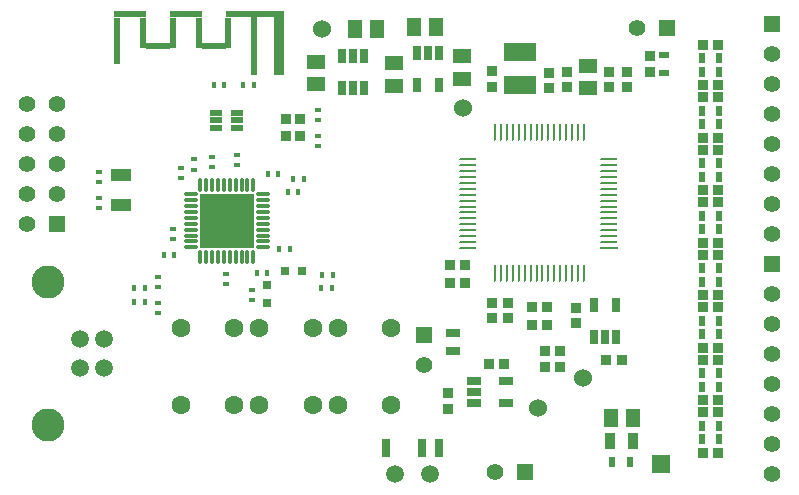
<source format=gts>
G04 (created by PCBNEW (2013-07-07 BZR 4022)-stable) date 2/3/2015 8:26:14 PM*
%MOIN*%
G04 Gerber Fmt 3.4, Leading zero omitted, Abs format*
%FSLAX34Y34*%
G01*
G70*
G90*
G04 APERTURE LIST*
%ADD10C,0.00590551*%
%ADD11R,0.06X0.0098*%
%ADD12O,0.06X0.0098*%
%ADD13O,0.0098X0.06*%
%ADD14R,0.035X0.055*%
%ADD15R,0.045X0.025*%
%ADD16R,0.0236X0.0157*%
%ADD17R,0.0157X0.0236*%
%ADD18R,0.055X0.055*%
%ADD19C,0.055*%
%ADD20R,0.0708661X0.0393701*%
%ADD21R,0.0334646X0.0374016*%
%ADD22R,0.106X0.063*%
%ADD23R,0.059X0.0512*%
%ADD24R,0.0512X0.059*%
%ADD25R,0.0448819X0.0192913*%
%ADD26C,0.0629921*%
%ADD27R,0.0291339X0.0468504*%
%ADD28R,0.0488189X0.0291339*%
%ADD29R,0.0291339X0.0488189*%
%ADD30R,0.019685X0.0354331*%
%ADD31R,0.0354331X0.019685*%
%ADD32R,0.0330709X0.0370079*%
%ADD33R,0.0370079X0.0330709*%
%ADD34R,0.0590551X0.0590551*%
%ADD35C,0.06*%
%ADD36O,0.0165354X0.0448819*%
%ADD37O,0.0448819X0.0165354*%
%ADD38R,0.182677X0.182677*%
%ADD39C,0.0590551*%
%ADD40C,0.110236*%
%ADD41R,0.0275591X0.0590551*%
%ADD42R,0.019685X0.019685*%
%ADD43R,0.019685X0.173228*%
%ADD44R,0.0354331X0.173228*%
%ADD45R,0.19685X0.019685*%
%ADD46R,0.019685X0.103937*%
%ADD47R,0.0787402X0.019685*%
%ADD48R,0.106299X0.019685*%
%ADD49R,0.019685X0.155118*%
%ADD50R,0.0314961X0.0314961*%
%ADD51R,0.023622X0.0177165*%
%ADD52R,0.0177165X0.023622*%
G04 APERTURE END LIST*
G54D10*
G54D11*
X124236Y-63301D03*
G54D12*
X124236Y-63104D03*
X124236Y-62907D03*
X124236Y-62710D03*
X124236Y-62513D03*
X124236Y-62317D03*
X124236Y-62120D03*
X124236Y-61923D03*
X124236Y-61726D03*
X124236Y-61529D03*
X124236Y-61332D03*
X124236Y-61136D03*
X124236Y-60939D03*
X124236Y-60742D03*
X124236Y-60545D03*
X124236Y-60348D03*
G54D13*
X123401Y-59450D03*
X123204Y-59450D03*
X123007Y-59450D03*
X122810Y-59450D03*
X122613Y-59450D03*
X122417Y-59450D03*
X122220Y-59450D03*
X122023Y-59450D03*
X121826Y-59450D03*
X121629Y-59450D03*
X121432Y-59450D03*
X121236Y-59450D03*
X121039Y-59450D03*
X120842Y-59450D03*
X120645Y-59450D03*
X120448Y-59450D03*
G54D12*
X119550Y-60348D03*
X119550Y-60545D03*
X119550Y-60742D03*
X119550Y-60939D03*
X119550Y-61136D03*
X119550Y-61332D03*
X119550Y-61529D03*
X119550Y-61726D03*
X119550Y-61923D03*
X119550Y-62120D03*
X119550Y-62317D03*
X119550Y-62513D03*
X119550Y-62710D03*
X119550Y-62907D03*
X119550Y-63104D03*
X119550Y-63301D03*
G54D13*
X120448Y-64136D03*
X120645Y-64136D03*
X121039Y-64136D03*
X120842Y-64143D03*
X121236Y-64136D03*
X121432Y-64136D03*
X121629Y-64136D03*
X121826Y-64136D03*
X122023Y-64136D03*
X122220Y-64136D03*
X122414Y-64136D03*
X122611Y-64136D03*
X122808Y-64136D03*
X123005Y-64136D03*
X123201Y-64136D03*
X123398Y-64136D03*
G54D14*
X125025Y-69750D03*
X124275Y-69750D03*
G54D15*
X119050Y-66125D03*
X119050Y-66725D03*
G54D16*
X110400Y-60702D03*
X110400Y-60348D03*
G54D17*
X108423Y-64650D03*
X108777Y-64650D03*
X108423Y-65100D03*
X108777Y-65100D03*
X113723Y-61000D03*
X114077Y-61000D03*
G54D16*
X112350Y-65052D03*
X112350Y-64698D03*
G54D17*
X113602Y-63350D03*
X113248Y-63350D03*
X114673Y-64200D03*
X115027Y-64200D03*
X112048Y-57875D03*
X112402Y-57875D03*
G54D18*
X129675Y-63825D03*
G54D19*
X129675Y-64825D03*
X129675Y-65825D03*
X129675Y-66825D03*
X129675Y-67825D03*
X129675Y-68825D03*
X129675Y-69825D03*
X129675Y-70825D03*
G54D18*
X129675Y-55825D03*
G54D19*
X129675Y-56825D03*
X129675Y-57825D03*
X129675Y-58825D03*
X129675Y-59825D03*
X129675Y-60825D03*
X129675Y-61825D03*
X129675Y-62825D03*
X105850Y-60500D03*
X105850Y-59500D03*
X104850Y-60500D03*
X104850Y-62500D03*
G54D18*
X105850Y-62500D03*
G54D19*
X104850Y-61500D03*
X105850Y-61500D03*
X104850Y-59500D03*
X104850Y-58500D03*
X105850Y-58500D03*
G54D18*
X121425Y-70775D03*
G54D19*
X120425Y-70775D03*
G54D18*
X118075Y-66200D03*
G54D19*
X118075Y-67200D03*
G54D20*
X107975Y-61867D03*
X107975Y-60882D03*
G54D21*
X113473Y-59014D03*
X113473Y-59585D03*
X113926Y-59014D03*
X113926Y-59585D03*
G54D22*
X121275Y-57875D03*
X121275Y-56775D03*
G54D23*
X114468Y-57855D03*
X114468Y-57105D03*
G54D24*
X115766Y-56003D03*
X116516Y-56003D03*
X117725Y-55950D03*
X118475Y-55950D03*
G54D23*
X119355Y-57664D03*
X119355Y-56914D03*
X117076Y-57904D03*
X117076Y-57154D03*
G54D24*
X125050Y-68975D03*
X124300Y-68975D03*
G54D23*
X123550Y-57975D03*
X123550Y-57225D03*
G54D25*
X111145Y-58794D03*
X111145Y-59050D03*
X111145Y-59305D03*
X111854Y-59305D03*
X111854Y-59050D03*
X111854Y-58794D03*
G54D26*
X111735Y-65970D03*
X109964Y-65970D03*
X109964Y-68529D03*
X111735Y-68529D03*
X112589Y-68529D03*
X114360Y-68529D03*
X114360Y-65970D03*
X112589Y-65970D03*
X115214Y-68529D03*
X116985Y-68529D03*
X116985Y-65970D03*
X115214Y-65970D03*
G54D27*
X115331Y-57970D03*
X115705Y-57970D03*
X116079Y-57970D03*
X116079Y-56907D03*
X115705Y-56907D03*
X115331Y-56907D03*
G54D28*
X120812Y-68481D03*
X120812Y-67733D03*
X119750Y-67733D03*
X119750Y-68107D03*
X119750Y-68481D03*
G54D29*
X124488Y-65216D03*
X123740Y-65216D03*
X123740Y-66279D03*
X124114Y-66279D03*
X124488Y-66279D03*
G54D27*
X117831Y-57871D03*
X118579Y-57871D03*
X118579Y-56808D03*
X118205Y-56808D03*
X117831Y-56808D03*
G54D30*
X127329Y-69225D03*
X127920Y-69225D03*
X127329Y-69675D03*
X127920Y-69675D03*
X127329Y-67475D03*
X127920Y-67475D03*
X127329Y-67925D03*
X127920Y-67925D03*
X127329Y-60925D03*
X127920Y-60925D03*
X127329Y-60475D03*
X127920Y-60475D03*
X127329Y-64425D03*
X127920Y-64425D03*
X127329Y-56975D03*
X127920Y-56975D03*
X127329Y-57425D03*
X127920Y-57425D03*
G54D31*
X126075Y-56879D03*
X126075Y-57470D03*
G54D30*
X124945Y-70425D03*
X124354Y-70425D03*
X127329Y-58725D03*
X127920Y-58725D03*
X127329Y-59175D03*
X127920Y-59175D03*
X127329Y-63975D03*
X127920Y-63975D03*
X127329Y-62225D03*
X127920Y-62225D03*
X127329Y-62675D03*
X127920Y-62675D03*
X127329Y-66175D03*
X127920Y-66175D03*
X127329Y-65725D03*
X127920Y-65725D03*
G54D32*
X127369Y-66625D03*
X127880Y-66625D03*
X127369Y-65275D03*
X127880Y-65275D03*
X127369Y-64875D03*
X127880Y-64875D03*
X127369Y-63525D03*
X127880Y-63525D03*
X127369Y-67025D03*
X127880Y-67025D03*
X127369Y-68375D03*
X127880Y-68375D03*
X127369Y-63125D03*
X127880Y-63125D03*
X127369Y-61775D03*
X127880Y-61775D03*
X127369Y-68775D03*
X127880Y-68775D03*
X127369Y-70125D03*
X127880Y-70125D03*
X127369Y-61375D03*
X127880Y-61375D03*
X127369Y-60025D03*
X127880Y-60025D03*
X127369Y-57875D03*
X127880Y-57875D03*
X127369Y-58275D03*
X127880Y-58275D03*
G54D33*
X125600Y-57430D03*
X125600Y-56919D03*
G54D32*
X127369Y-59625D03*
X127880Y-59625D03*
G54D34*
X125975Y-70500D03*
G54D18*
X126175Y-55975D03*
G54D19*
X125175Y-55975D03*
G54D32*
X127369Y-56525D03*
X127880Y-56525D03*
G54D35*
X121889Y-68622D03*
X123385Y-67637D03*
X114665Y-56003D03*
X119370Y-58622D03*
G54D36*
X110614Y-63600D03*
X110811Y-63600D03*
X111007Y-63600D03*
X111204Y-63600D03*
X111401Y-63600D03*
X111598Y-63600D03*
X111795Y-63600D03*
X111992Y-63600D03*
X112188Y-63600D03*
X112385Y-63600D03*
G54D37*
X112700Y-63285D03*
X112700Y-63088D03*
X112700Y-62892D03*
X112700Y-62695D03*
X112700Y-62498D03*
X112700Y-62301D03*
X112700Y-62104D03*
X112700Y-61907D03*
X112700Y-61711D03*
X112700Y-61514D03*
G54D36*
X112385Y-61199D03*
X112188Y-61199D03*
X111992Y-61199D03*
X111795Y-61199D03*
X111598Y-61199D03*
X111401Y-61199D03*
X111204Y-61199D03*
X111007Y-61199D03*
X110811Y-61199D03*
X110614Y-61199D03*
G54D37*
X110299Y-61514D03*
X110299Y-61711D03*
X110299Y-61907D03*
X110299Y-62104D03*
X110299Y-62301D03*
X110299Y-62498D03*
X110299Y-62695D03*
X110299Y-62892D03*
X110299Y-63088D03*
X110299Y-63285D03*
G54D38*
X111500Y-62400D03*
G54D39*
X107404Y-67317D03*
X107404Y-66332D03*
X106616Y-66332D03*
X106616Y-67317D03*
G54D40*
X105550Y-64454D03*
X105550Y-69195D03*
G54D39*
X118290Y-70850D03*
X117109Y-70850D03*
G54D41*
X116814Y-69964D03*
X117995Y-69964D03*
X118585Y-69964D03*
G54D42*
X112422Y-57450D03*
G54D43*
X112422Y-56485D03*
G54D31*
X113249Y-57450D03*
G54D44*
X113249Y-56485D03*
G54D45*
X112442Y-55520D03*
G54D46*
X111556Y-56138D03*
G54D47*
X111064Y-56560D03*
G54D46*
X110572Y-56138D03*
X109706Y-56138D03*
X108721Y-56138D03*
G54D48*
X110139Y-55520D03*
X108288Y-55520D03*
G54D47*
X109213Y-56560D03*
G54D49*
X107855Y-56394D03*
G54D50*
X112825Y-65145D03*
X112825Y-64554D03*
X114020Y-64075D03*
X113429Y-64075D03*
G54D33*
X122850Y-57955D03*
X122850Y-57444D03*
X123129Y-65295D03*
X123129Y-65807D03*
X120350Y-65144D03*
X120350Y-65655D03*
X120866Y-65137D03*
X120866Y-65649D03*
X122225Y-57980D03*
X122225Y-57469D03*
G54D32*
X121669Y-65875D03*
X122180Y-65875D03*
X121669Y-65275D03*
X122180Y-65275D03*
G54D33*
X120325Y-57930D03*
X120325Y-57419D03*
X124850Y-57955D03*
X124850Y-57444D03*
X124250Y-57955D03*
X124250Y-57444D03*
G54D32*
X119442Y-64474D03*
X118930Y-64474D03*
X119442Y-63874D03*
X118930Y-63874D03*
X120737Y-67157D03*
X120225Y-67157D03*
X122618Y-67283D03*
X122106Y-67283D03*
X122618Y-66732D03*
X122106Y-66732D03*
G54D33*
X118881Y-68151D03*
X118881Y-68663D03*
G54D32*
X124665Y-67027D03*
X124153Y-67027D03*
G54D51*
X109975Y-60967D03*
X109975Y-60632D03*
G54D52*
X112507Y-64125D03*
X112842Y-64125D03*
G54D51*
X111000Y-60617D03*
X111000Y-60282D03*
X111475Y-64157D03*
X111475Y-64492D03*
G54D52*
X114657Y-64625D03*
X114992Y-64625D03*
G54D51*
X111850Y-60542D03*
X111850Y-60207D03*
G54D52*
X112882Y-60850D03*
X113217Y-60850D03*
X111417Y-57875D03*
X111082Y-57875D03*
X109742Y-63525D03*
X109407Y-63525D03*
X113532Y-61450D03*
X113867Y-61450D03*
G54D51*
X109200Y-64282D03*
X109200Y-64617D03*
X109200Y-65132D03*
X109200Y-65467D03*
X109700Y-62992D03*
X109700Y-62657D03*
X107225Y-61967D03*
X107225Y-61632D03*
X107225Y-60782D03*
X107225Y-61117D03*
X114525Y-58707D03*
X114525Y-59042D03*
X114525Y-59892D03*
X114525Y-59557D03*
M02*

</source>
